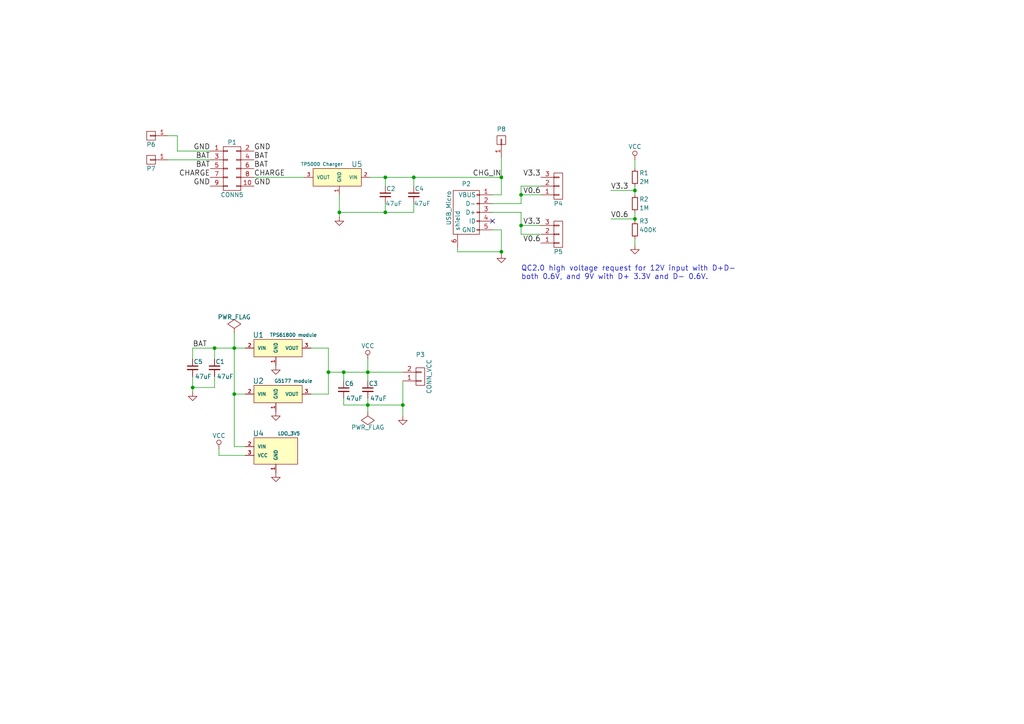
<source format=kicad_sch>
(kicad_sch (version 20230121) (generator eeschema)
  (paper "A4")
  (lib_symbols
    (symbol "pwr-rescue:CONN_01X01" (pin_names (offset 1.016) hide)
      (property "Reference" "P" (at 0 2.54 0))
      (property "Value" "CONN_01X01" (at 2.54 0 90))
      (symbol "CONN_01X01_0_1"
        (rectangle (start -1.27 0.127) (end 0.254 -0.127))
        (rectangle (start -1.27 1.27) (end 1.27 -1.27))
      )
      (symbol "CONN_01X01_1_1"
        (pin passive line (at -5.08 0 0) (length 3.81) (name "P1") (number "1"))
      )
    )
    (symbol "pwr-rescue:CONN_01X02" (pin_names (offset 1.016) hide)
      (property "Reference" "P" (at 0 3.81 0))
      (property "Value" "CONN_01X02" (at 2.54 0 90))
      (symbol "CONN_01X02_0_1"
        (rectangle (start -1.27 -1.143) (end 0.254 -1.397))
        (rectangle (start -1.27 1.397) (end 0.254 1.143))
        (rectangle (start -1.27 2.54) (end 1.27 -2.54))
      )
      (symbol "CONN_01X02_1_1"
        (pin passive line (at -5.08 1.27 0) (length 3.81) (name "P1") (number "1"))
        (pin passive line (at -5.08 -1.27 0) (length 3.81) (name "P2") (number "2"))
      )
    )
    (symbol "pwr-rescue:CONN_01X03" (pin_names (offset 1.016) hide)
      (property "Reference" "P" (at 0 5.08 0))
      (property "Value" "CONN_01X03" (at 2.54 0 90))
      (symbol "CONN_01X03_0_1"
        (rectangle (start -1.27 -2.413) (end 0.254 -2.667))
        (rectangle (start -1.27 0.127) (end 0.254 -0.127))
        (rectangle (start -1.27 2.667) (end 0.254 2.413))
        (rectangle (start -1.27 3.81) (end 1.27 -3.81))
      )
      (symbol "CONN_01X03_1_1"
        (pin passive line (at -5.08 2.54 0) (length 3.81) (name "P1") (number "1"))
        (pin passive line (at -5.08 0 0) (length 3.81) (name "P2") (number "2"))
        (pin passive line (at -5.08 -2.54 0) (length 3.81) (name "P3") (number "3"))
      )
    )
    (symbol "pwr-rescue:CONN_02X05" (pin_names (offset 0.0254) hide)
      (property "Reference" "P" (at 0 7.62 0))
      (property "Value" "CONN_02X05" (at 0 -7.62 0))
      (symbol "CONN_02X05_0_1"
        (rectangle (start -2.54 -4.953) (end -1.27 -5.207))
        (rectangle (start -2.54 -2.413) (end -1.27 -2.667))
        (rectangle (start -2.54 0.127) (end -1.27 -0.127))
        (rectangle (start -2.54 2.667) (end -1.27 2.413))
        (rectangle (start -2.54 5.207) (end -1.27 4.953))
        (rectangle (start -2.54 6.35) (end 2.54 -6.35))
        (rectangle (start 1.27 -4.953) (end 2.54 -5.207))
        (rectangle (start 1.27 -2.413) (end 2.54 -2.667))
        (rectangle (start 1.27 0.127) (end 2.54 -0.127))
        (rectangle (start 1.27 2.667) (end 2.54 2.413))
        (rectangle (start 1.27 5.207) (end 2.54 4.953))
      )
      (symbol "CONN_02X05_1_1"
        (pin passive line (at -6.35 5.08 0) (length 3.81) (name "P1") (number "1"))
        (pin passive line (at 6.35 -5.08 180) (length 3.81) (name "P10") (number "10"))
        (pin passive line (at 6.35 5.08 180) (length 3.81) (name "P2") (number "2"))
        (pin passive line (at -6.35 2.54 0) (length 3.81) (name "P3") (number "3"))
        (pin passive line (at 6.35 2.54 180) (length 3.81) (name "P4") (number "4"))
        (pin passive line (at -6.35 0 0) (length 3.81) (name "P5") (number "5"))
        (pin passive line (at 6.35 0 180) (length 3.81) (name "P6") (number "6"))
        (pin passive line (at -6.35 -2.54 0) (length 3.81) (name "P7") (number "7"))
        (pin passive line (at 6.35 -2.54 180) (length 3.81) (name "P8") (number "8"))
        (pin passive line (at -6.35 -5.08 0) (length 3.81) (name "P9") (number "9"))
      )
    )
    (symbol "pwr-rescue:C_Small" (pin_numbers hide) (pin_names (offset 0.254) hide)
      (property "Reference" "C" (at 0.254 1.778 0))
      (property "Value" "C_Small" (at 0.254 -2.032 0))
      (symbol "C_Small_0_1"
        (polyline (pts (xy -1.524 -0.508) (xy 1.524 -0.508)) (stroke (width 0.3302)))
        (polyline (pts (xy -1.524 0.508) (xy 1.524 0.508)) (stroke (width 0.3048)))
      )
      (symbol "C_Small_1_1"
        (pin passive line (at 0 2.54 270) (length 2.032) (name "~") (number "1"))
        (pin passive line (at 0 -2.54 90) (length 2.032) (name "~") (number "2"))
      )
    )
    (symbol "pwr-rescue:DCDC_Module" (pin_names (offset 1.016))
      (property "Reference" "U" (at -5.08 6.35 0))
      (property "Value" "DCDC_Module" (at 3.81 6.35 0))
      (symbol "DCDC_Module_0_1"
        (rectangle (start -6.35 5.08) (end 7.62 0) (fill (type background)))
      )
      (symbol "DCDC_Module_1_1"
        (pin power_in line (at 0 -2.54 90) (length 2.54) (name "GND") (number "1"))
        (pin power_in line (at -8.89 2.54 0) (length 2.54) (name "VIN") (number "2"))
        (pin power_out line (at 10.16 2.54 180) (length 2.54) (name "VOUT") (number "3"))
      )
    )
    (symbol "pwr-rescue:GND" (power) (pin_names (offset 0))
      (property "Value" "GND" (at 0 -3.81 0))
      (symbol "GND_0_1"
        (polyline (pts (xy 0 0) (xy 0 -1.27) (xy 1.27 -1.27) (xy 0 -2.54) (xy -1.27 -1.27) (xy 0 -1.27)))
      )
      (symbol "GND_1_1"
        (pin power_in line (at 0 0 270) (length 0) hide (name "GND") (number "1"))
      )
    )
    (symbol "pwr-rescue:LDO_Module" (pin_names (offset 1.016))
      (property "Reference" "U" (at -5.08 6.35 0))
      (property "Value" "LDO_Module" (at 3.81 6.35 0))
      (symbol "LDO_Module_0_1"
        (rectangle (start -6.35 5.08) (end 6.35 -2.54) (fill (type background)))
      )
      (symbol "LDO_Module_1_1"
        (pin power_in line (at 0 -5.08 90) (length 2.54) (name "GND") (number "1"))
        (pin power_in line (at -8.89 2.54 0) (length 2.54) (name "VIN") (number "2"))
        (pin input line (at -8.89 0 0) (length 2.54) (name "VCC") (number "3"))
      )
    )
    (symbol "pwr-rescue:PWR_FLAG" (power) (pin_numbers hide) (pin_names (offset 0) hide)
      (property "Value" "PWR_FLAG" (at 0 4.572 0))
      (symbol "PWR_FLAG_0_0"
        (pin power_out line (at 0 0 90) (length 0) (name "pwr") (number "1"))
      )
      (symbol "PWR_FLAG_0_1"
        (polyline (pts (xy 0 0) (xy 0 1.27) (xy -1.905 2.54) (xy 0 3.81) (xy 1.905 2.54) (xy 0 1.27)))
      )
    )
    (symbol "pwr-rescue:R_Small" (pin_numbers hide) (pin_names (offset 0.254) hide)
      (property "Reference" "R" (at 0.762 0.508 0))
      (property "Value" "R_Small" (at 0.762 -1.016 0))
      (symbol "R_Small_0_1"
        (rectangle (start -0.762 1.778) (end 0.762 -1.778) (stroke (width 0.2032)))
      )
      (symbol "R_Small_1_1"
        (pin passive line (at 0 2.54 270) (length 0.762) (name "~") (number "1"))
        (pin passive line (at 0 -2.54 90) (length 0.762) (name "~") (number "2"))
      )
    )
    (symbol "pwr-rescue:USB_OTG" (pin_names (offset 1.016))
      (property "Reference" "P" (at 8.255 -3.175 0))
      (property "Value" "USB_OTG" (at 0 5.08 0))
      (symbol "USB_OTG_0_1"
        (rectangle (start -6.35 -3.81) (end 6.35 3.81))
        (rectangle (start -5.207 -3.81) (end -4.953 -3.048))
        (rectangle (start -2.667 -3.81) (end -2.413 -3.048))
        (rectangle (start -0.127 -3.81) (end 0.127 -3.048))
        (rectangle (start 2.413 -3.81) (end 2.667 -3.048))
        (rectangle (start 4.953 -3.81) (end 5.207 -3.048))
      )
      (symbol "USB_OTG_1_1"
        (pin power_out line (at -5.08 -7.62 90) (length 3.81) (name "VBUS") (number "1"))
        (pin passive line (at -2.54 -7.62 90) (length 3.81) (name "D-") (number "2"))
        (pin passive line (at 0 -7.62 90) (length 3.81) (name "D+") (number "3"))
        (pin power_in line (at 2.54 -7.62 90) (length 3.81) (name "ID") (number "4"))
        (pin power_in line (at 5.08 -7.62 90) (length 3.81) (name "GND") (number "5"))
        (pin passive line (at 10.16 2.54 180) (length 3.81) (name "shield") (number "6"))
      )
    )
    (symbol "pwr-rescue:VCC" (power) (pin_names (offset 0))
      (property "Value" "VCC" (at 0 3.81 0))
      (symbol "VCC_0_1"
        (polyline (pts (xy 0 0) (xy 0 1.27)))
        (circle (center 0 1.905) (radius 0.635))
      )
      (symbol "VCC_1_1"
        (pin power_in line (at 0 0 90) (length 0) hide (name "VCC") (number "1"))
      )
    )
  )
  (junction (at 106.68 107.95))
  (junction (at 55.88 112.395))
  (junction (at 111.76 61.595))
  (junction (at 120.015 51.435))
  (junction (at 95.25 107.95))
  (junction (at 151.13 56.515))
  (junction (at 67.945 100.965))
  (junction (at 99.695 107.95))
  (junction (at 145.415 73.025))
  (junction (at 184.15 63.5))
  (junction (at 106.68 117.475))
  (junction (at 98.425 61.595))
  (junction (at 62.23 100.965))
  (junction (at 184.15 55.245))
  (junction (at 151.13 65.405))
  (junction (at 116.84 117.475))
  (junction (at 145.415 51.435))
  (junction (at 67.945 114.3))
  (junction (at 111.76 51.435))
  (no_connect (at 142.875 64.135))
  (wire (pts (xy 142.875 66.675) (xy 145.415 66.675)))
  (wire (pts (xy 151.13 53.975) (xy 156.845 53.975)))
  (wire (pts (xy 151.13 61.595) (xy 151.13 65.405)))
  (wire (pts (xy 151.13 53.975) (xy 151.13 56.515)))
  (wire (pts (xy 90.17 100.965) (xy 95.25 100.965)))
  (wire (pts (xy 132.715 73.025) (xy 145.415 73.025)))
  (wire (pts (xy 184.15 46.355) (xy 184.15 48.895)))
  (wire (pts (xy 95.25 100.965) (xy 95.25 107.95)))
  (wire (pts (xy 67.945 114.3) (xy 67.945 129.54)))
  (wire (pts (xy 184.15 55.245) (xy 177.165 55.245)))
  (wire (pts (xy 99.695 110.49) (xy 99.695 107.95)))
  (wire (pts (xy 99.695 115.57) (xy 99.695 117.475)))
  (wire (pts (xy 95.25 107.95) (xy 99.695 107.95)))
  (wire (pts (xy 67.945 100.965) (xy 71.12 100.965)))
  (wire (pts (xy 98.425 56.515) (xy 98.425 61.595)))
  (wire (pts (xy 73.66 51.435) (xy 88.265 51.435)))
  (wire (pts (xy 106.68 104.14) (xy 106.68 107.95)))
  (wire (pts (xy 111.76 59.055) (xy 111.76 61.595)))
  (wire (pts (xy 107.315 51.435) (xy 111.76 51.435)))
  (wire (pts (xy 67.945 129.54) (xy 71.12 129.54)))
  (wire (pts (xy 120.015 51.435) (xy 145.415 51.435)))
  (wire (pts (xy 151.13 67.945) (xy 156.845 67.945)))
  (wire (pts (xy 67.945 114.3) (xy 71.12 114.3)))
  (wire (pts (xy 120.015 61.595) (xy 120.015 59.055)))
  (wire (pts (xy 51.435 39.37) (xy 51.435 43.815)))
  (wire (pts (xy 95.25 107.95) (xy 95.25 114.3)))
  (wire (pts (xy 98.425 61.595) (xy 98.425 62.865)))
  (wire (pts (xy 145.415 51.435) (xy 145.415 56.515)))
  (wire (pts (xy 116.84 117.475) (xy 116.84 120.65)))
  (wire (pts (xy 62.23 100.965) (xy 62.23 104.14)))
  (wire (pts (xy 55.88 104.14) (xy 55.88 100.965)))
  (wire (pts (xy 145.415 73.025) (xy 145.415 73.66)))
  (wire (pts (xy 145.415 45.72) (xy 145.415 51.435)))
  (wire (pts (xy 106.68 107.95) (xy 116.84 107.95)))
  (wire (pts (xy 111.76 53.975) (xy 111.76 51.435)))
  (wire (pts (xy 63.5 132.08) (xy 71.12 132.08)))
  (wire (pts (xy 48.895 39.37) (xy 51.435 39.37)))
  (wire (pts (xy 145.415 56.515) (xy 142.875 56.515)))
  (wire (pts (xy 67.945 96.52) (xy 67.945 100.965)))
  (wire (pts (xy 132.715 71.755) (xy 132.715 73.025)))
  (wire (pts (xy 120.015 53.975) (xy 120.015 51.435)))
  (wire (pts (xy 145.415 66.675) (xy 145.415 73.025)))
  (wire (pts (xy 151.13 59.055) (xy 142.875 59.055)))
  (wire (pts (xy 111.76 51.435) (xy 120.015 51.435)))
  (wire (pts (xy 48.895 46.355) (xy 60.96 46.355)))
  (wire (pts (xy 99.695 117.475) (xy 106.68 117.475)))
  (wire (pts (xy 151.13 65.405) (xy 151.13 67.945)))
  (wire (pts (xy 106.68 117.475) (xy 116.84 117.475)))
  (wire (pts (xy 62.23 112.395) (xy 55.88 112.395)))
  (wire (pts (xy 111.76 61.595) (xy 120.015 61.595)))
  (wire (pts (xy 62.23 112.395) (xy 62.23 109.22)))
  (wire (pts (xy 106.68 117.475) (xy 106.68 119.38)))
  (wire (pts (xy 184.15 55.245) (xy 184.15 56.515)))
  (wire (pts (xy 98.425 61.595) (xy 111.76 61.595)))
  (wire (pts (xy 95.25 114.3) (xy 90.17 114.3)))
  (wire (pts (xy 156.845 56.515) (xy 151.13 56.515)))
  (wire (pts (xy 51.435 43.815) (xy 60.96 43.815)))
  (wire (pts (xy 55.88 100.965) (xy 62.23 100.965)))
  (wire (pts (xy 184.15 53.975) (xy 184.15 55.245)))
  (wire (pts (xy 151.13 56.515) (xy 151.13 59.055)))
  (wire (pts (xy 63.5 130.175) (xy 63.5 132.08)))
  (wire (pts (xy 55.88 109.22) (xy 55.88 112.395)))
  (wire (pts (xy 184.15 63.5) (xy 177.165 63.5)))
  (wire (pts (xy 116.84 110.49) (xy 116.84 117.475)))
  (wire (pts (xy 106.68 115.57) (xy 106.68 117.475)))
  (wire (pts (xy 106.68 107.95) (xy 106.68 110.49)))
  (wire (pts (xy 184.15 69.215) (xy 184.15 71.12)))
  (wire (pts (xy 142.875 61.595) (xy 151.13 61.595)))
  (wire (pts (xy 184.15 63.5) (xy 184.15 64.135)))
  (wire (pts (xy 67.945 100.965) (xy 67.945 114.3)))
  (wire (pts (xy 55.88 112.395) (xy 55.88 113.665)))
  (wire (pts (xy 99.695 107.95) (xy 106.68 107.95)))
  (wire (pts (xy 62.23 100.965) (xy 67.945 100.965)))
  (wire (pts (xy 156.845 65.405) (xy 151.13 65.405)))
  (wire (pts (xy 184.15 61.595) (xy 184.15 63.5)))
  (text "QC2.0 high voltage request for 12V input with D+D- \nboth 0.6V, and 9V with D+ 3.3V and D- 0.6V." (at 151.13 81.28 0) (effects (font (size 1.524 1.524)) (justify left bottom)))
  (label "V3.3" (at 156.845 51.435 180) (effects (font (size 1.524 1.524))))
  (label "BAT" (at 55.88 100.965 0) (effects (font (size 1.524 1.524))))
  (label "BAT" (at 73.66 46.355 0) (effects (font (size 1.524 1.524))))
  (label "BAT" (at 60.96 48.895 180) (effects (font (size 1.524 1.524))))
  (label "BAT" (at 60.96 46.355 180) (effects (font (size 1.524 1.524))))
  (label "CHARGE" (at 73.66 51.435 0) (effects (font (size 1.524 1.524))))
  (label "BAT" (at 73.66 48.895 0) (effects (font (size 1.524 1.524))))
  (label "GND" (at 73.66 53.975 0) (effects (font (size 1.524 1.524))))
  (label "GND" (at 60.96 43.815 180) (effects (font (size 1.524 1.524))))
  (label "CHG_IN" (at 145.415 51.435 180) (effects (font (size 1.524 1.524))))
  (label "V0.6" (at 156.845 56.515 180) (effects (font (size 1.524 1.524))))
  (label "V3.3" (at 156.845 65.405 180) (effects (font (size 1.524 1.524))))
  (label "V0.6" (at 156.845 70.485 180) (effects (font (size 1.524 1.524))))
  (label "V3.3" (at 177.165 55.245 0) (effects (font (size 1.524 1.524))))
  (label "GND" (at 73.66 43.815 0) (effects (font (size 1.524 1.524))))
  (label "V0.6" (at 177.165 63.5 0) (effects (font (size 1.524 1.524))))
  (label "CHARGE" (at 60.96 51.435 180) (effects (font (size 1.524 1.524))))
  (label "GND" (at 60.96 53.975 180) (effects (font (size 1.524 1.524))))
  (symbol (lib_id "pwr-rescue:VCC") (at 106.68 104.14 0) (unit 1)
    (property "Reference" "#PWR01" (effects hide))
    (property "Value" "VCC" (at 106.68 100.33 0))
  )
  (symbol (lib_id "pwr-rescue:GND") (at 116.84 120.65 0) (unit 1)
    (property "Reference" "#PWR02" (effects hide))
    (property "Value" "GND" (effects hide))
  )
  (symbol (lib_id "pwr-rescue:CONN_01X02") (at 121.92 109.22 0) (mirror x) (unit 1)
    (property "Reference" "P3" (at 121.92 102.87 0))
    (property "Value" "CONN_VCC" (at 124.46 109.22 90))
    (property "Footprint" "Socket_Strips:Socket_Strip_Straight_1x02" (effects hide))
  )
  (symbol (lib_id "pwr-rescue:CONN_02X05") (at 67.31 48.895 0) (unit 1)
    (property "Reference" "P1" (at 67.31 41.275 0))
    (property "Value" "CONN5" (at 67.31 56.515 0))
    (property "Footprint" "Socket_Strips:Socket_Strip_Straight_2x05" (effects hide))
  )
  (symbol (lib_id "pwr-rescue:DCDC_Module") (at 80.01 103.505 0) (unit 1)
    (property "Reference" "U1" (at 74.93 97.155 0) (effects (font (size 1.524 1.524))))
    (property "Value" "TPS61800 module" (at 85.09 97.155 0) (effects (font (size 0.9906 0.9906))))
    (property "Footprint" "Converters_DCDC_ACDC:DCDC_Conv_TPS61800-Boost" (effects hide))
  )
  (symbol (lib_id "pwr-rescue:DCDC_Module") (at 80.01 116.84 0) (unit 1)
    (property "Reference" "U2" (at 74.93 110.49 0) (effects (font (size 1.524 1.524))))
    (property "Value" "G5177 module" (at 85.09 110.49 0) (effects (font (size 0.9906 0.9906))))
    (property "Footprint" "Converters_DCDC_ACDC:DCDC_Conv_G5177-Boost" (effects hide))
  )
  (symbol (lib_id "pwr-rescue:GND") (at 80.01 106.045 0) (unit 1)
    (property "Reference" "#PWR03" (effects hide))
    (property "Value" "GND" (effects hide))
  )
  (symbol (lib_id "pwr-rescue:GND") (at 80.01 119.38 0) (unit 1)
    (property "Reference" "#PWR04" (effects hide))
    (property "Value" "GND" (effects hide))
  )
  (symbol (lib_id "pwr-rescue:PWR_FLAG") (at 67.945 96.52 0) (unit 1)
    (property "Reference" "#FLG05" (effects hide))
    (property "Value" "PWR_FLAG" (at 67.945 91.948 0))
  )
  (symbol (lib_id "pwr-rescue:C_Small") (at 62.23 106.68 0) (unit 1)
    (property "Reference" "C1" (at 62.484 104.902 0) (effects (justify left)))
    (property "Value" "47uF" (at 62.865 109.22 0) (effects (justify left)))
    (property "Footprint" "Capacitors_SMD:C_1206" (effects hide))
  )
  (symbol (lib_id "pwr-rescue:GND") (at 55.88 113.665 0) (unit 1)
    (property "Reference" "#PWR06" (effects hide))
    (property "Value" "GND" (effects hide))
  )
  (symbol (lib_id "pwr-rescue:C_Small") (at 106.68 113.03 0) (unit 1)
    (property "Reference" "C3" (at 106.934 111.252 0) (effects (justify left)))
    (property "Value" "47uF" (at 107.315 115.57 0) (effects (justify left)))
    (property "Footprint" "Capacitors_SMD:C_1206" (effects hide))
  )
  (symbol (lib_id "pwr-rescue:DCDC_Module") (at 98.425 53.975 0) (mirror y) (unit 1)
    (property "Reference" "U5" (at 103.505 47.625 0) (effects (font (size 1.524 1.524))))
    (property "Value" "TP5000 Charger" (at 93.345 47.625 0) (effects (font (size 0.9906 0.9906))))
    (property "Footprint" "Converters_DCDC_ACDC:DCDC_Charger-TP5000-Bucket" (effects hide))
  )
  (symbol (lib_id "pwr-rescue:GND") (at 98.425 62.865 0) (unit 1)
    (property "Reference" "#PWR07" (effects hide))
    (property "Value" "GND" (effects hide))
  )
  (symbol (lib_id "pwr-rescue:C_Small") (at 111.76 56.515 0) (unit 1)
    (property "Reference" "C2" (at 112.014 54.737 0) (effects (justify left)))
    (property "Value" "47uF" (at 111.76 59.055 0) (effects (justify left)))
    (property "Footprint" "Capacitors_SMD:C_1206" (effects hide))
  )
  (symbol (lib_id "pwr-rescue:GND") (at 80.01 137.16 0) (unit 1)
    (property "Reference" "#PWR08" (effects hide))
    (property "Value" "GND" (effects hide))
  )
  (symbol (lib_id "pwr-rescue:LDO_Module") (at 80.01 132.08 0) (unit 1)
    (property "Reference" "U4" (at 74.93 125.73 0) (effects (font (size 1.524 1.524))))
    (property "Value" "LDO_3V5" (at 83.82 125.73 0) (effects (font (size 0.9906 0.9906))))
    (property "Footprint" "Converters_DCDC_ACDC:LDO_RT9018" (effects hide))
  )
  (symbol (lib_id "pwr-rescue:VCC") (at 63.5 130.175 0) (unit 1)
    (property "Reference" "#PWR09" (effects hide))
    (property "Value" "VCC" (at 63.5 126.365 0))
  )
  (symbol (lib_id "pwr-rescue:USB_OTG") (at 135.255 61.595 90) (mirror x) (unit 1)
    (property "Reference" "P2" (at 135.255 53.34 90))
    (property "Value" "USB_Micro" (at 130.175 60.325 0))
    (property "Footprint" "Connect:USB_Micro-B" (effects hide))
  )
  (symbol (lib_id "pwr-rescue:GND") (at 145.415 73.66 0) (unit 1)
    (property "Reference" "#PWR011" (effects hide))
    (property "Value" "GND" (effects hide))
  )
  (symbol (lib_id "pwr-rescue:R_Small") (at 184.15 51.435 0) (unit 1)
    (property "Reference" "R1" (at 185.42 50.165 0) (effects (justify left)))
    (property "Value" "2M" (at 185.42 52.705 0) (effects (justify left)))
    (property "Footprint" "Resistors_SMD:R_0402" (effects hide))
  )
  (symbol (lib_id "pwr-rescue:R_Small") (at 184.15 59.055 0) (unit 1)
    (property "Reference" "R2" (at 185.42 57.785 0) (effects (justify left)))
    (property "Value" "1M" (at 185.42 60.325 0) (effects (justify left)))
    (property "Footprint" "Resistors_SMD:R_0402" (effects hide))
  )
  (symbol (lib_id "pwr-rescue:VCC") (at 184.15 46.355 0) (unit 1)
    (property "Reference" "#PWR012" (effects hide))
    (property "Value" "VCC" (at 184.15 42.545 0))
  )
  (symbol (lib_id "pwr-rescue:R_Small") (at 184.15 66.675 0) (unit 1)
    (property "Reference" "R3" (at 185.42 64.135 0) (effects (justify left)))
    (property "Value" "400K" (at 185.42 66.675 0) (effects (justify left)))
    (property "Footprint" "Resistors_SMD:R_0402" (effects hide))
  )
  (symbol (lib_id "pwr-rescue:CONN_01X03") (at 161.925 53.975 0) (mirror x) (unit 1)
    (property "Reference" "P4" (at 161.925 59.055 0))
    (property "Value" "CONN_01X03" (effects hide))
    (property "Footprint" "Pin_Headers:Pin_Header_Straight_1x03_Pitch1.27mm" (effects hide))
  )
  (symbol (lib_id "pwr-rescue:CONN_01X03") (at 161.925 67.945 0) (mirror x) (unit 1)
    (property "Reference" "P5" (at 161.925 73.025 0))
    (property "Value" "CONN_01X03" (effects hide))
    (property "Footprint" "Pin_Headers:Pin_Header_Straight_1x03_Pitch1.27mm" (effects hide))
  )
  (symbol (lib_id "pwr-rescue:GND") (at 184.15 71.12 0) (unit 1)
    (property "Reference" "#PWR013" (effects hide))
    (property "Value" "GND" (effects hide))
  )
  (symbol (lib_id "pwr-rescue:PWR_FLAG") (at 106.68 119.38 0) (mirror x) (unit 1)
    (property "Reference" "#FLG010" (effects hide))
    (property "Value" "PWR_FLAG" (at 106.68 123.952 0))
  )
  (symbol (lib_id "pwr-rescue:C_Small") (at 120.015 56.515 0) (unit 1)
    (property "Reference" "C4" (at 120.269 54.737 0) (effects (justify left)))
    (property "Value" "47uF" (at 120.015 59.055 0) (effects (justify left)))
    (property "Footprint" "Capacitors_SMD:C_1206" (effects hide))
  )
  (symbol (lib_id "pwr-rescue:CONN_01X01") (at 43.815 46.355 180) (unit 1)
    (property "Reference" "P7" (at 43.815 48.895 0))
    (property "Value" "CONN_01X01" (effects hide))
    (property "Footprint" "Pin_Headers:Pin_Header_Straight_1x01" (effects hide))
  )
  (symbol (lib_id "pwr-rescue:CONN_01X01") (at 43.815 39.37 180) (unit 1)
    (property "Reference" "P6" (at 43.815 41.91 0))
    (property "Value" "CONN_01X01" (effects hide))
    (property "Footprint" "Pin_Headers:Pin_Header_Straight_1x01" (effects hide))
  )
  (symbol (lib_id "pwr-rescue:CONN_01X01") (at 145.415 40.64 90) (unit 1)
    (property "Reference" "P8" (at 145.415 37.465 90))
    (property "Value" "CONN_01X01" (effects hide))
    (property "Footprint" "Pin_Headers:Pin_Header_Straight_1x01" (effects hide))
  )
  (symbol (lib_id "pwr-rescue:C_Small") (at 55.88 106.68 0) (unit 1)
    (property "Reference" "C5" (at 56.134 104.902 0) (effects (justify left)))
    (property "Value" "47uF" (at 56.515 109.22 0) (effects (justify left)))
    (property "Footprint" "Capacitors_SMD:C_1206" (effects hide))
  )
  (symbol (lib_id "pwr-rescue:C_Small") (at 99.695 113.03 0) (unit 1)
    (property "Reference" "C6" (at 99.949 111.252 0) (effects (justify left)))
    (property "Value" "47uF" (at 100.33 115.57 0) (effects (justify left)))
    (property "Footprint" "Capacitors_SMD:C_1206" (effects hide))
  )
)
</source>
